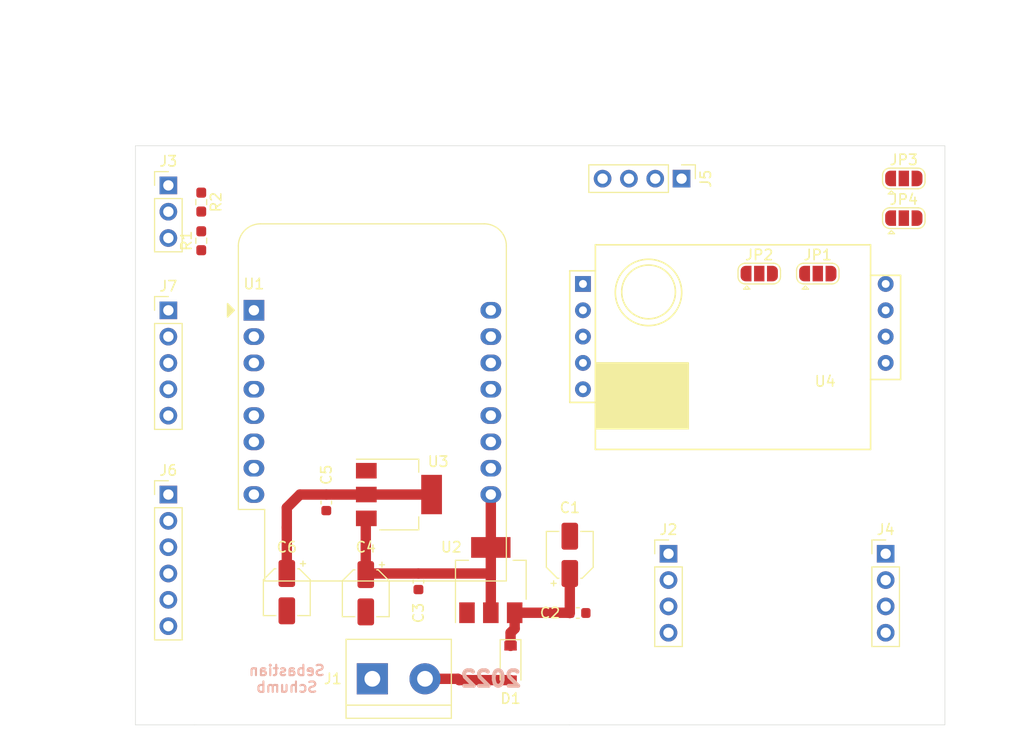
<source format=kicad_pcb>
(kicad_pcb (version 20211014) (generator pcbnew)
  (layers (0 "F.Cu" signal) (31 "B.Cu" signal) (34 "B.Paste" user) (35 "F.Paste" user) (36 "B.SilkS" user "B.Silkscreen") (37 "F.SilkS" user "F.Silkscreen") (38 "B.Mask" user) (39 "F.Mask" user) (44 "Edge.Cuts" user))
  (net 0 "")
  (net 1 "GND")
  (net 2 "+3V3")
  (net 3 "TXD")
  (net 4 "RXD")
  (net 5 "SDA")
  (net 6 "SCL")
  (net 7 "CS")
  (net 8 "MOSI")
  (net 9 "MISO")
  (net 10 "SCK")
  (net 11 "+5V")
  (net 12 "Net-(C1-Pad1)")
  (net 13 "Net-(D1-Pad2)")
  (net 14 "D3")
  (net 16 "D0")
  (net 18 "A0")
  (net 19 "Net-(J3-Pad2)")
  (net 20 "Net-(J4-Pad1)")
  (net 21 "Net-(J5-Pad1)")
  (net 22 "Net-(J6-Pad1)")
  (net 28 "Net-(J7-Pad1)")
  (net 29 "ONE_WIRE")
  (footprint "Module:WEMOS_D1_mini_light" (layer "F.Cu") (at 94.615 69.85)
    (fp_text reference "U1" (at 0 -2.54) (layer "F.SilkS"))
    (fp_text value "WeMos_D1_mini")
    (fp_line (start 1.04 19.22) (end 1.04 26.12) (layer "F.SilkS") (width 0.12))
    (fp_line (start -1.5 19.22) (end -1.5 -6.21) (layer "F.SilkS") (width 0.12))
    (fp_line (start 24.36 26.12) (end 24.36 -6.21) (layer "F.SilkS") (width 0.12))
    (fp_line (start -1.5 19.22) (end 1.04 19.22) (layer "F.SilkS") (width 0.12))
    (fp_line (start 1.04 26.12) (end 24.36 26.12) (layer "F.SilkS") (width 0.12))
    (fp_line (start 22.24 -8.34) (end 0.63 -8.34) (layer "F.SilkS") (width 0.12))
    (fp_arc (start -1.5 -6.21) (mid -0.876137 -7.716137) (end 0.63 -8.34) (layer "F.SilkS") (width 0.12))
    (fp_arc (start 22.23 -8.34) (mid 23.736137 -7.716137) (end 24.36 -6.21) (layer "F.SilkS") (width 0.12))
    (fp_poly (pts (xy -2.54 -0.635) (xy -2.54 0.635) (xy -1.905 0)) (layer "F.SilkS") (width 0.15) (fill solid))
    (pad "1" thru_hole rect locked (at 0 0) (size 2 2) (drill 1) (layers *.Cu *.Mask))
    (pad "2" thru_hole oval locked (at 0 2.54) (size 2 1.6) (drill 1) (layers *.Cu *.Mask) (net 18 "A0"))
    (pad "3" thru_hole oval locked (at 0 5.08) (size 2 1.6) (drill 1) (layers *.Cu *.Mask) (net 16 "D0"))
    (pad "4" thru_hole oval locked (at 0 7.62) (size 2 1.6) (drill 1) (layers *.Cu *.Mask) (net 10 "SCK"))
    (pad "5" thru_hole oval locked (at 0 10.16) (size 2 1.6) (drill 1) (layers *.Cu *.Mask) (net 9 "MISO"))
    (pad "6" thru_hole oval locked (at 0 12.7) (size 2 1.6) (drill 1) (layers *.Cu *.Mask) (net 8 "MOSI"))
    (pad "7" thru_hole oval locked (at 0 15.24) (size 2 1.6) (drill 1) (layers *.Cu *.Mask) (net 7 "CS"))
    (pad "8" thru_hole oval locked (at 0 17.78) (size 2 1.6) (drill 1) (layers *.Cu *.Mask))
    (pad "9" thru_hole oval locked (at 22.86 17.78) (size 2 1.6) (drill 1) (layers *.Cu *.Mask) (net 11 "+5V"))
    (pad "10" thru_hole oval locked (at 22.86 15.24) (size 2 1.6) (drill 1) (layers *.Cu *.Mask) (net 1 "GND"))
    (pad "11" thru_hole oval locked (at 22.86 12.7) (size 2 1.6) (drill 1) (layers *.Cu *.Mask) (net 29 "ONE_WIRE"))
    (pad "12" thru_hole oval locked (at 22.86 10.16) (size 2 1.6) (drill 1) (layers *.Cu *.Mask) (net 14 "D3"))
    (pad "13" thru_hole oval locked (at 22.86 7.62) (size 2 1.6) (drill 1) (layers *.Cu *.Mask) (net 5 "SDA"))
    (pad "14" thru_hole oval locked (at 22.86 5.08) (size 2 1.6) (drill 1) (layers *.Cu *.Mask) (net 6 "SCL"))
    (pad "15" thru_hole oval locked (at 22.86 2.54) (size 2 1.6) (drill 1) (layers *.Cu *.Mask) (net 4 "RXD"))
    (pad "16" thru_hole oval locked (at 22.86 0) (size 2 1.6) (drill 1) (layers *.Cu *.Mask) (net 3 "TXD"))
  )
  (footprint "Package_TO_SOT_SMD:SOT-223-3_TabPin2" (layer "F.Cu") (at 117.475 95.885 90)
    (fp_text reference "U2" (at 3.175 -3.81 180) (layer "F.SilkS"))
    (fp_text value "LM1117-5.0")
    (fp_line (start -1.85 3.41) (end 1.91 3.41) (layer "F.SilkS") (width 0.12))
    (fp_line (start -4.1 -3.41) (end 1.91 -3.41) (layer "F.SilkS") (width 0.12))
    (fp_line (start 1.91 -3.41) (end 1.91 -2.15) (layer "F.SilkS") (width 0.12))
    (fp_line (start 1.91 3.41) (end 1.91 2.15) (layer "F.SilkS") (width 0.12))
    (pad "1" smd rect locked (at -3.15 -2.3 90) (size 2 1.5) (layers "F.Cu" "F.Paste" "F.Mask") (net 1 "GND"))
    (pad "2" smd rect locked (at -3.15 0 90) (size 2 1.5) (layers "F.Cu" "F.Paste" "F.Mask") (net 11 "+5V"))
    (pad "2" smd rect locked (at 3.15 0 90) (size 2 3.8) (layers "F.Cu" "F.Paste" "F.Mask") (net 11 "+5V"))
    (pad "3" smd rect locked (at -3.15 2.3 90) (size 2 1.5) (layers "F.Cu" "F.Paste" "F.Mask") (net 12 "Net-(C1-Pad1)"))
  )
  (footprint "Package_TO_SOT_SMD:SOT-223-3_TabPin2" (layer "F.Cu") (at 108.61 87.63)
    (fp_text reference "U3" (at 3.785 -3.175) (layer "F.SilkS"))
    (fp_text value "LM1117-3.3")
    (fp_line (start -1.85 3.41) (end 1.91 3.41) (layer "F.SilkS") (width 0.12))
    (fp_line (start 1.91 -3.41) (end 1.91 -2.15) (layer "F.SilkS") (width 0.12))
    (fp_line (start -4.1 -3.41) (end 1.91 -3.41) (layer "F.SilkS") (width 0.12))
    (fp_line (start 1.91 3.41) (end 1.91 2.15) (layer "F.SilkS") (width 0.12))
    (pad "1" smd rect locked (at -3.15 -2.3) (size 2 1.5) (layers "F.Cu" "F.Paste" "F.Mask") (net 1 "GND"))
    (pad "2" smd rect locked (at 3.15 0) (size 2 3.8) (layers "F.Cu" "F.Paste" "F.Mask") (net 2 "+3V3"))
    (pad "2" smd rect locked (at -3.15 0) (size 2 1.5) (layers "F.Cu" "F.Paste" "F.Mask") (net 2 "+3V3"))
    (pad "3" smd rect locked (at -3.15 2.3) (size 2 1.5) (layers "F.Cu" "F.Paste" "F.Mask") (net 11 "+5V"))
  )
  (footprint "Capacitor_SMD:CP_Elec_4x5.4" (layer "F.Cu") (at 125.095 93.45 90)
    (fp_text reference "C1" (at 4.55 0 180) (layer "F.SilkS"))
    (fp_text value "47uF")
    (fp_line (start -2.26 -1.195563) (end -1.195563 -2.26) (layer "F.SilkS") (width 0.12))
    (fp_line (start -2.26 1.195563) (end -1.195563 2.26) (layer "F.SilkS") (width 0.12))
    (fp_line (start 2.26 -2.26) (end 2.26 -1.06) (layer "F.SilkS") (width 0.12))
    (fp_line (start -2.75 -1.81) (end -2.75 -1.31) (layer "F.SilkS") (width 0.12))
    (fp_line (start 2.26 2.26) (end 2.26 1.06) (layer "F.SilkS") (width 0.12))
    (fp_line (start -2.26 1.195563) (end -2.26 1.06) (layer "F.SilkS") (width 0.12))
    (fp_line (start -3 -1.56) (end -2.5 -1.56) (layer "F.SilkS") (width 0.12))
    (fp_line (start -1.195563 2.26) (end 2.26 2.26) (layer "F.SilkS") (width 0.12))
    (fp_line (start -2.26 -1.195563) (end -2.26 -1.06) (layer "F.SilkS") (width 0.12))
    (fp_line (start -1.195563 -2.26) (end 2.26 -2.26) (layer "F.SilkS") (width 0.12))
    (pad "1" smd roundrect locked (at -1.8 0 90) (size 2.6 1.6) (layers "F.Cu" "F.Paste" "F.Mask") (roundrect_rratio 0.15625) (net 12 "Net-(C1-Pad1)"))
    (pad "2" smd roundrect locked (at 1.8 0 90) (size 2.6 1.6) (layers "F.Cu" "F.Paste" "F.Mask") (roundrect_rratio 0.15625) (net 1 "GND"))
  )
  (footprint "Capacitor_SMD:C_0603_1608Metric" (layer "F.Cu") (at 125.87 99.06)
    (fp_text reference "C2" (at -2.68 0) (layer "F.SilkS"))
    (fp_text value "100nF")
    (fp_line (start -0.14058 0.51) (end 0.14058 0.51) (layer "F.SilkS") (width 0.12))
    (fp_line (start -0.14058 -0.51) (end 0.14058 -0.51) (layer "F.SilkS") (width 0.12))
    (pad "1" smd roundrect locked (at -0.775 0) (size 0.9 0.95) (layers "F.Cu" "F.Paste" "F.Mask") (net 12 "Net-(C1-Pad1)"))
    (pad "2" smd roundrect locked (at 0.775 0) (size 0.9 0.95) (layers "F.Cu" "F.Paste" "F.Mask") (net 1 "GND"))
  )
  (footprint "Capacitor_SMD:C_0603_1608Metric" (layer "F.Cu") (at 110.49 96.025 -90)
    (fp_text reference "C3" (at 3.035 0 -90) (layer "F.SilkS"))
    (fp_text value "100nF")
    (fp_line (start -0.14058 0.51) (end 0.14058 0.51) (layer "F.SilkS") (width 0.12))
    (fp_line (start -0.14058 -0.51) (end 0.14058 -0.51) (layer "F.SilkS") (width 0.12))
    (pad "1" smd roundrect locked (at -0.775 0 270) (size 0.9 0.95) (layers "F.Cu" "F.Paste" "F.Mask") (net 11 "+5V"))
    (pad "2" smd roundrect locked (at 0.775 0 270) (size 0.9 0.95) (layers "F.Cu" "F.Paste" "F.Mask") (net 1 "GND"))
  )
  (footprint "Capacitor_SMD:CP_Elec_4x5.4" (layer "F.Cu") (at 105.41 97.155 -90)
    (fp_text reference "C4" (at -4.445 0 180) (layer "F.SilkS"))
    (fp_text value "47uF")
    (fp_line (start -2.75 -1.81) (end -2.75 -1.31) (layer "F.SilkS") (width 0.12))
    (fp_line (start -1.195563 -2.26) (end 2.26 -2.26) (layer "F.SilkS") (width 0.12))
    (fp_line (start -3 -1.56) (end -2.5 -1.56) (layer "F.SilkS") (width 0.12))
    (fp_line (start -2.26 -1.195563) (end -2.26 -1.06) (layer "F.SilkS") (width 0.12))
    (fp_line (start -1.195563 2.26) (end 2.26 2.26) (layer "F.SilkS") (width 0.12))
    (fp_line (start 2.26 2.26) (end 2.26 1.06) (layer "F.SilkS") (width 0.12))
    (fp_line (start -2.26 -1.195563) (end -1.195563 -2.26) (layer "F.SilkS") (width 0.12))
    (fp_line (start -2.26 1.195563) (end -1.195563 2.26) (layer "F.SilkS") (width 0.12))
    (fp_line (start 2.26 -2.26) (end 2.26 -1.06) (layer "F.SilkS") (width 0.12))
    (fp_line (start -2.26 1.195563) (end -2.26 1.06) (layer "F.SilkS") (width 0.12))
    (pad "1" smd roundrect locked (at -1.8 0 270) (size 2.6 1.6) (layers "F.Cu" "F.Paste" "F.Mask") (roundrect_rratio 0.15625) (net 11 "+5V"))
    (pad "2" smd roundrect locked (at 1.8 0 270) (size 2.6 1.6) (layers "F.Cu" "F.Paste" "F.Mask") (roundrect_rratio 0.15625) (net 1 "GND"))
  )
  (footprint "Capacitor_SMD:C_0603_1608Metric" (layer "F.Cu") (at 101.6 88.405 -90)
    (fp_text reference "C5" (at -2.68 0 -90) (layer "F.SilkS"))
    (fp_text value "100nF")
    (fp_line (start -0.14058 0.51) (end 0.14058 0.51) (layer "F.SilkS") (width 0.12))
    (fp_line (start -0.14058 -0.51) (end 0.14058 -0.51) (layer "F.SilkS") (width 0.12))
    (pad "1" smd roundrect locked (at -0.775 0 270) (size 0.9 0.95) (layers "F.Cu" "F.Paste" "F.Mask") (net 2 "+3V3"))
    (pad "2" smd roundrect locked (at 0.775 0 270) (size 0.9 0.95) (layers "F.Cu" "F.Paste" "F.Mask") (net 1 "GND"))
  )
  (footprint "Capacitor_SMD:CP_Elec_4x5.4" (layer "F.Cu") (at 97.79 97.05 -90)
    (fp_text reference "C6" (at -4.34 0 180) (layer "F.SilkS"))
    (fp_text value "47uF")
    (fp_line (start -2.26 1.195563) (end -2.26 1.06) (layer "F.SilkS") (width 0.12))
    (fp_line (start -2.26 -1.195563) (end -2.26 -1.06) (layer "F.SilkS") (width 0.12))
    (fp_line (start -2.26 1.195563) (end -1.195563 2.26) (layer "F.SilkS") (width 0.12))
    (fp_line (start 2.26 -2.26) (end 2.26 -1.06) (layer "F.SilkS") (width 0.12))
    (fp_line (start -1.195563 2.26) (end 2.26 2.26) (layer "F.SilkS") (width 0.12))
    (fp_line (start -2.75 -1.81) (end -2.75 -1.31) (layer "F.SilkS") (width 0.12))
    (fp_line (start -1.195563 -2.26) (end 2.26 -2.26) (layer "F.SilkS") (width 0.12))
    (fp_line (start -2.26 -1.195563) (end -1.195563 -2.26) (layer "F.SilkS") (width 0.12))
    (fp_line (start 2.26 2.26) (end 2.26 1.06) (layer "F.SilkS") (width 0.12))
    (fp_line (start -3 -1.56) (end -2.5 -1.56) (layer "F.SilkS") (width 0.12))
    (pad "1" smd roundrect locked (at -1.8 0 270) (size 2.6 1.6) (layers "F.Cu" "F.Paste" "F.Mask") (roundrect_rratio 0.15625) (net 2 "+3V3"))
    (pad "2" smd roundrect locked (at 1.8 0 270) (size 2.6 1.6) (layers "F.Cu" "F.Paste" "F.Mask") (roundrect_rratio 0.15625) (net 1 "GND"))
  )
  (footprint "Diode_SMD:D_SOD-123" (layer "F.Cu") (at 119.38 103.885 -90)
    (fp_text reference "D1" (at 3.43 0 180) (layer "F.SilkS"))
    (fp_text value "BAT42W")
    (fp_line (start -2.25 1) (end 1.65 1) (layer "F.SilkS") (width 0.12))
    (fp_line (start -2.25 -1) (end -2.25 1) (layer "F.SilkS") (width 0.12))
    (fp_line (start -2.25 -1) (end 1.65 -1) (layer "F.SilkS") (width 0.12))
    (pad "1" smd rect locked (at -1.65 0 270) (size 0.9 1.2) (layers "F.Cu" "F.Paste" "F.Mask") (net 12 "Net-(C1-Pad1)"))
    (pad "2" smd rect locked (at 1.65 0 270) (size 0.9 1.2) (layers "F.Cu" "F.Paste" "F.Mask") (net 13 "Net-(D1-Pad2)"))
  )
  (footprint "TerminalBlock:TerminalBlock_bornier-2_P5.08mm" (layer "F.Cu") (at 106.045 105.41)
    (fp_text reference "J1" (at -3.81 0) (layer "F.SilkS"))
    (fp_text value "Conn_01x02")
    (fp_line (start 7.62 3.81) (end 7.62 -3.81) (layer "F.SilkS") (width 0.12))
    (fp_line (start 7.62 2.54) (end -2.54 2.54) (layer "F.SilkS") (width 0.12))
    (fp_line (start -2.54 3.81) (end 7.62 3.81) (layer "F.SilkS") (width 0.12))
    (fp_line (start -2.54 -3.81) (end -2.54 3.81) (layer "F.SilkS") (width 0.12))
    (fp_line (start 7.62 -3.81) (end -2.54 -3.81) (layer "F.SilkS") (width 0.12))
    (pad "1" thru_hole rect locked (at 0 0) (size 3 3) (drill 1.52) (layers *.Cu *.Mask) (net 1 "GND"))
    (pad "2" thru_hole circle locked (at 5.08 0) (size 3 3) (drill 1.52) (layers *.Cu *.Mask) (net 13 "Net-(D1-Pad2)"))
  )
  (footprint "Connector_PinHeader_2.54mm:PinHeader_1x04_P2.54mm_Vertical" (layer "F.Cu") (at 155.575 93.345)
    (fp_text reference "J4" (at 0 -2.33) (layer "F.SilkS"))
    (fp_text value "I2C Out")
    (fp_line (start -1.33 1.27) (end -1.33 8.95) (layer "F.SilkS") (width 0.12))
    (fp_line (start 1.33 1.27) (end 1.33 8.95) (layer "F.SilkS") (width 0.12))
    (fp_line (start -1.33 -1.33) (end 0 -1.33) (layer "F.SilkS") (width 0.12))
    (fp_line (start -1.33 0) (end -1.33 -1.33) (layer "F.SilkS") (width 0.12))
    (fp_line (start -1.33 8.95) (end 1.33 8.95) (layer "F.SilkS") (width 0.12))
    (fp_line (start -1.33 1.27) (end 1.33 1.27) (layer "F.SilkS") (width 0.12))
    (pad "1" thru_hole rect (at 0 0) (size 1.7 1.7) (drill 1) (layers *.Cu *.Mask) (net 20 "Net-(J4-Pad1)"))
    (pad "2" thru_hole oval (at 0 2.54) (size 1.7 1.7) (drill 1) (layers *.Cu *.Mask) (net 6 "SCL"))
    (pad "3" thru_hole oval (at 0 5.08) (size 1.7 1.7) (drill 1) (layers *.Cu *.Mask) (net 5 "SDA"))
    (pad "4" thru_hole oval (at 0 7.62) (size 1.7 1.7) (drill 1) (layers *.Cu *.Mask) (net 1 "GND"))
  )
  (footprint "Jumper:SolderJumper-3_P1.3mm_Open_RoundedPad1.0x1.5mm" (layer "F.Cu") (at 143.375 66.31)
    (fp_text reference "JP2" (at 0 -1.8) (layer "F.SilkS"))
    (fp_text value "SolderJumper_3_Open-Jumper")
    (fp_line (start -1.2 1.2) (end -0.9 1.5) (layer "F.SilkS") (width 0.12))
    (fp_line (start -1.4 -1) (end 1.4 -1) (layer "F.SilkS") (width 0.12))
    (fp_line (start 2.05 -0.3) (end 2.05 0.3) (layer "F.SilkS") (width 0.12))
    (fp_line (start -1.2 1.2) (end -1.5 1.5) (layer "F.SilkS") (width 0.12))
    (fp_line (start 1.4 1) (end -1.4 1) (layer "F.SilkS") (width 0.12))
    (fp_line (start -2.05 0.3) (end -2.05 -0.3) (layer "F.SilkS") (width 0.12))
    (fp_line (start -1.5 1.5) (end -0.9 1.5) (layer "F.SilkS") (width 0.12))
    (fp_arc (start -2.05 -0.3) (mid -1.844975 -0.794975) (end -1.35 -1) (layer "F.SilkS") (width 0.12))
    (fp_arc (start -1.35 1) (mid -1.844975 0.794975) (end -2.05 0.3) (layer "F.SilkS") (width 0.12))
    (fp_arc (start 1.35 -1) (mid 1.844975 -0.794975) (end 2.05 -0.3) (layer "F.SilkS") (width 0.12))
    (fp_arc (start 2.05 0.3) (mid 1.844975 0.794975) (end 1.35 1) (layer "F.SilkS") (width 0.12))
    (pad "1" smd custom (at -1.3 0) (size 1 0.5) (layers "F.Cu" "F.Mask") (net 11 "+5V") (options (clearance outline) (anchor rect)) (primitives (gr_circle (center 0 0.25) (end 0.5 0.25) (width 0) (fill yes)) (gr_circle (center 0 -0.25) (end 0.5 -0.25) (width 0) (fill yes)) (gr_poly (pts (xy 0.55 0.75) (xy 0 0.75) (xy 0 -0.75) (xy 0.55 -0.75)) (width 0) (fill yes))))
    (pad "2" smd rect (at 0 0) (size 1 1.5) (layers "F.Cu" "F.Mask") (net 21 "Net-(J5-Pad1)"))
    (pad "3" smd custom (at 1.3 0) (size 1 0.5) (layers "F.Cu" "F.Mask") (net 2 "+3V3") (options (clearance outline) (anchor rect)) (primitives (gr_circle (center 0 0.25) (end 0.5 0.25) (width 0) (fill yes)) (gr_circle (center 0 -0.25) (end 0.5 -0.25) (width 0) (fill yes)) (gr_poly (pts (xy 0 0.75) (xy -0.55 0.75) (xy -0.55 -0.75) (xy 0 -0.75)) (width 0) (fill yes))))
  )
  (footprint "Resistor_SMD:R_0603_1608Metric_Pad0.98x0.95mm_HandSolder" (layer "F.Cu") (at 89.535 59.4125 -90)
    (fp_text reference "R2" (at 0 -1.43 90) (layer "F.SilkS"))
    (fp_text value "4.7k")
    (fp_line (start -0.254724 0.5225) (end 0.254724 0.5225) (layer "F.SilkS") (width 0.12))
    (fp_line (start -0.254724 -0.5225) (end 0.254724 -0.5225) (layer "F.SilkS") (width 0.12))
    (pad "1" smd roundrect (at -0.9125 0 270) (size 0.975 0.95) (layers "F.Cu" "F.Paste" "F.Mask") (net 2 "+3V3"))
    (pad "2" smd roundrect (at 0.9125 0 270) (size 0.975 0.95) (layers "F.Cu" "F.Paste" "F.Mask") (net 19 "Net-(J3-Pad2)"))
  )
  (footprint "Jumper:SolderJumper-3_P1.3mm_Open_RoundedPad1.0x1.5mm" (layer "F.Cu") (at 157.325 60.96)
    (fp_text reference "JP4" (at 0 -1.8) (layer "F.SilkS"))
    (fp_text value "SolderJumper_3_Open-Jumper")
    (fp_line (start -1.2 1.2) (end -1.5 1.5) (layer "F.SilkS") (width 0.12))
    (fp_line (start -1.2 1.2) (end -0.9 1.5) (layer "F.SilkS") (width 0.12))
    (fp_line (start 2.05 -0.3) (end 2.05 0.3) (layer "F.SilkS") (width 0.12))
    (fp_line (start -1.4 -1) (end 1.4 -1) (layer "F.SilkS") (width 0.12))
    (fp_line (start -1.5 1.5) (end -0.9 1.5) (layer "F.SilkS") (width 0.12))
    (fp_line (start 1.4 1) (end -1.4 1) (layer "F.SilkS") (width 0.12))
    (fp_line (start -2.05 0.3) (end -2.05 -0.3) (layer "F.SilkS") (width 0.12))
    (fp_arc (start -1.35 1) (mid -1.844975 0.794975) (end -2.05 0.3) (layer "F.SilkS") (width 0.12))
    (fp_arc (start 2.05 0.3) (mid 1.844975 0.794975) (end 1.35 1) (layer "F.SilkS") (width 0.12))
    (fp_arc (start -2.05 -0.3) (mid -1.844975 -0.794975) (end -1.35 -1) (layer "F.SilkS") (width 0.12))
    (fp_arc (start 1.35 -1) (mid 1.844975 -0.794975) (end 2.05 -0.3) (layer "F.SilkS") (width 0.12))
    (pad "1" smd custom (at -1.3 0) (size 1 0.5) (layers "F.Cu" "F.Mask") (net 11 "+5V") (options (clearance outline) (anchor rect)) (primitives (gr_circle (center 0 0.25) (end 0.5 0.25) (width 0) (fill yes)) (gr_circle (center 0 -0.25) (end 0.5 -0.25) (width 0) (fill yes)) (gr_poly (pts (xy 0.55 0.75) (xy 0 0.75) (xy 0 -0.75) (xy 0.55 -0.75)) (width 0) (fill yes))))
    (pad "2" smd rect (at 0 0) (size 1 1.5) (layers "F.Cu" "F.Mask") (net 28 "Net-(J7-Pad1)"))
    (pad "3" smd custom (at 1.3 0) (size 1 0.5) (layers "F.Cu" "F.Mask") (net 2 "+3V3") (options (clearance outline) (anchor rect)) (primitives (gr_circle (center 0 0.25) (end 0.5 0.25) (width 0) (fill yes)) (gr_circle (center 0 -0.25) (end 0.5 -0.25) (width 0) (fill yes)) (gr_poly (pts (xy 0 0.75) (xy -0.55 0.75) (xy -0.55 -0.75) (xy 0 -0.75)) (width 0) (fill yes))))
  )
  (footprint "Jumper:SolderJumper-3_P1.3mm_Open_RoundedPad1.0x1.5mm" (layer "F.Cu") (at 149.025 66.31)
    (fp_text reference "JP1" (at 0 -1.8) (layer "F.SilkS"))
    (fp_text value "SolderJumper_3_Open-Jumper")
    (fp_line (start -1.4 -1) (end 1.4 -1) (layer "F.SilkS") (width 0.12))
    (fp_line (start 2.05 -0.3) (end 2.05 0.3) (layer "F.SilkS") (width 0.12))
    (fp_line (start -2.05 0.3) (end -2.05 -0.3) (layer "F.SilkS") (width 0.12))
    (fp_line (start 1.4 1) (end -1.4 1) (layer "F.SilkS") (width 0.12))
    (fp_line (start -1.2 1.2) (end -0.9 1.5) (layer "F.SilkS") (width 0.12))
    (fp_line (start -1.2 1.2) (end -1.5 1.5) (layer "F.SilkS") (width 0.12))
    (fp_line (start -1.5 1.5) (end -0.9 1.5) (layer "F.SilkS") (width 0.12))
    (fp_arc (start 1.35 -1) (mid 1.844975 -0.794975) (end 2.05 -0.3) (layer "F.SilkS") (width 0.12))
    (fp_arc (start 2.05 0.3) (mid 1.844975 0.794975) (end 1.35 1) (layer "F.SilkS") (width 0.12))
    (fp_arc (start -1.35 1) (mid -1.844975 0.794975) (end -2.05 0.3) (layer "F.SilkS") (width 0.12))
    (fp_arc (start -2.05 -0.3) (mid -1.844975 -0.794975) (end -1.35 -1) (layer "F.SilkS") (width 0.12))
    (pad "1" smd custom (at -1.3 0) (size 1 0.5) (layers "F.Cu" "F.Mask") (net 11 "+5V") (options (clearance outline) (anchor rect)) (primitives (gr_circle (center 0 0.25) (end 0.5 0.25) (width 0) (fill yes)) (gr_circle (center 0 -0.25) (end 0.5 -0.25) (width 0) (fill yes)) (gr_poly (pts (xy 0.55 0.75) (xy 0 0.75) (xy 0 -0.75) (xy 0.55 -0.75)) (width 0) (fill yes))))
    (pad "2" smd rect (at 0 0) (size 1 1.5) (layers "F.Cu" "F.Mask") (net 20 "Net-(J4-Pad1)"))
    (pad "3" smd custom (at 1.3 0) (size 1 0.5) (layers "F.Cu" "F.Mask") (net 2 "+3V3") (options (clearance outline) (anchor rect)) (primitives (gr_circle (center 0 0.25) (end 0.5 0.25) (width 0) (fill yes)) (gr_circle (center 0 -0.25) (end 0.5 -0.25) (width 0) (fill yes)) (gr_poly (pts (xy 0 0.75) (xy -0.55 0.75) (xy -0.55 -0.75) (xy 0 -0.75)) (width 0) (fill yes))))
  )
  (footprint "Connector_PinHeader_2.54mm:PinHeader_1x05_P2.54mm_Vertical" (layer "F.Cu") (at 86.36 69.855)
    (fp_text reference "J7" (at 0 -2.33) (layer "F.SilkS"))
    (fp_text value "Conn_01x05")
    (fp_line (start -1.33 1.27) (end -1.33 11.49) (layer "F.SilkS") (width 0.12))
    (fp_line (start -1.33 11.49) (end 1.33 11.49) (layer "F.SilkS") (width 0.12))
    (fp_line (start -1.33 1.27) (end 1.33 1.27) (layer "F.SilkS") (width 0.12))
    (fp_line (start -1.33 -1.33) (end 0 -1.33) (layer "F.SilkS") (width 0.12))
    (fp_line (start -1.33 0) (end -1.33 -1.33) (layer "F.SilkS") (width 0.12))
    (fp_line (start 1.33 1.27) (end 1.33 11.49) (layer "F.SilkS") (width 0.12))
    (pad "1" thru_hole rect (at 0 0) (size 1.7 1.7) (drill 1) (layers *.Cu *.Mask) (net 28 "Net-(J7-Pad1)"))
    (pad "2" thru_hole oval (at 0 2.54) (size 1.7 1.7) (drill 1) (layers *.Cu *.Mask) (net 18 "A0"))
    (pad "3" thru_hole oval (at 0 5.08) (size 1.7 1.7) (drill 1) (layers *.Cu *.Mask) (net 16 "D0"))
    (pad "4" thru_hole oval (at 0 7.62) (size 1.7 1.7) (drill 1) (layers *.Cu *.Mask) (net 14 "D3"))
    (pad "5" thru_hole oval (at 0 10.16) (size 1.7 1.7) (drill 1) (layers *.Cu *.Mask) (net 1 "GND"))
  )
  (footprint "Connector_PinHeader_2.54mm:PinHeader_1x03_P2.54mm_Vertical" (layer "F.Cu") (at 86.36 57.8)
    (fp_text reference "J3" (at 0 -2.33) (layer "F.SilkS"))
    (fp_text value "OneWire Out")
    (fp_line (start -1.33 1.27) (end -1.33 6.41) (layer "F.SilkS") (width 0.12))
    (fp_line (start -1.33 0) (end -1.33 -1.33) (layer "F.SilkS") (width 0.12))
    (fp_line (start -1.33 -1.33) (end 0 -1.33) (layer "F.SilkS") (width 0.12))
    (fp_line (start -1.33 6.41) (end 1.33 6.41) (layer "F.SilkS") (width 0.12))
    (fp_line (start 1.33 1.27) (end 1.33 6.41) (layer "F.SilkS") (width 0.12))
    (fp_line (start -1.33 1.27) (end 1.33 1.27) (layer "F.SilkS") (width 0.12))
    (pad "1" thru_hole rect (at 0 0) (size 1.7 1.7) (drill 1) (layers *.Cu *.Mask) (net 2 "+3V3"))
    (pad "2" thru_hole oval (at 0 2.54) (size 1.7 1.7) (drill 1) (layers *.Cu *.Mask) (net 19 "Net-(J3-Pad2)"))
    (pad "3" thru_hole oval (at 0 5.08) (size 1.7 1.7) (drill 1) (layers *.Cu *.Mask) (net 1 "GND"))
  )
  (footprint "Connector_PinHeader_2.54mm:PinHeader_1x06_P2.54mm_Vertical" (layer "F.Cu") (at 86.36 87.63)
    (fp_text reference "J6" (at 0 -2.33) (layer "F.SilkS"))
    (fp_text value "SPI Out")
    (fp_line (start -1.33 1.27) (end 1.33 1.27) (layer "F.SilkS") (width 0.12))
    (fp_line (start -1.33 1.27) (end -1.33 14.03) (layer "F.SilkS") (width 0.12))
    (fp_line (start -1.33 -1.33) (end 0 -1.33) (layer "F.SilkS") (width 0.12))
    (fp_line (start -1.33 0) (end -1.33 -1.33) (layer "F.SilkS") (width 0.12))
    (fp_line (start 1.33 1.27) (end 1.33 14.03) (layer "F.SilkS") (width 0.12))
    (fp_line (start -1.33 14.03) (end 1.33 14.03) (layer "F.SilkS") (width 0.12))
    (pad "1" thru_hole rect (at 0 0) (size 1.7 1.7) (drill 1) (layers *.Cu *.Mask) (net 22 "Net-(J6-Pad1)"))
    (pad "2" thru_hole oval (at 0 2.54) (size 1.7 1.7) (drill 1) (layers *.Cu *.Mask) (net 10 "SCK"))
    (pad "3" thru_hole oval (at 0 5.08) (size 1.7 1.7) (drill 1) (layers *.Cu *.Mask) (net 9 "MISO"))
    (pad "4" thru_hole oval (at 0 7.62) (size 1.7 1.7) (drill 1) (layers *.Cu *.Mask) (net 8 "MOSI"))
    (pad "5" thru_hole oval (at 0 10.16) (size 1.7 1.7) (drill 1) (layers *.Cu *.Mask) (net 7 "CS"))
    (pad "6" thru_hole oval (at 0 12.7) (size 1.7 1.7) (drill 1) (layers *.Cu *.Mask) (net 1 "GND"))
  )
  (footprint "Jumper:SolderJumper-3_P1.3mm_Open_RoundedPad1.0x1.5mm" (layer "F.Cu") (at 157.325 57.13)
    (fp_text reference "JP3" (at 0 -1.8) (layer "F.SilkS"))
    (fp_text value "SolderJumper_3_Open-Jumper")
    (fp_line (start 2.05 -0.3) (end 2.05 0.3) (layer "F.SilkS") (width 0.12))
    (fp_line (start -1.5 1.5) (end -0.9 1.5) (layer "F.SilkS") (width 0.12))
    (fp_line (start -1.2 1.2) (end -1.5 1.5) (layer "F.SilkS") (width 0.12))
    (fp_line (start -2.05 0.3) (end -2.05 -0.3) (layer "F.SilkS") (width 0.12))
    (fp_line (start -1.2 1.2) (end -0.9 1.5) (layer "F.SilkS") (width 0.12))
    (fp_line (start 1.4 1) (end -1.4 1) (layer "F.SilkS") (width 0.12))
    (fp_line (start -1.4 -1) (end 1.4 -1) (layer "F.SilkS") (width 0.12))
    (fp_arc (start -1.35 1) (mid -1.844975 0.794975) (end -2.05 0.3) (layer "F.SilkS") (width 0.12))
    (fp_arc (start 1.35 -1) (mid 1.844975 -0.794975) (end 2.05 -0.3) (layer "F.SilkS") (width 0.12))
    (fp_arc (start 2.05 0.3) (mid 1.844975 0.794975) (end 1.35 1) (layer "F.SilkS") (width 0.12))
    (fp_arc (start -2.05 -0.3) (mid -1.844975 -0.794975) (end -1.35 -1) (layer "F.SilkS") (width 0.12))
    (pad "1" smd custom (at -1.3 0) (size 1 0.5) (layers "F.Cu" "F.Mask") (net 11 "+5V") (options (clearance outline) (anchor rect)) (primitives (gr_circle (center 0 0.25) (end 0.5 0.25) (width 0) (fill yes)) (gr_circle (center 0 -0.25) (end 0.5 -0.25) (width 0) (fill yes)) (gr_poly (pts (xy 0.55 0.75) (xy 0 0.75) (xy 0 -0.75) (xy 0.55 -0.75)) (width 0) (fill yes))))
    (pad "2" smd rect (at 0 0) (size 1 1.5) (layers "F.Cu" "F.Mask") (net 22 "Net-(J6-Pad1)"))
    (pad "3" smd custom (at 1.3 0) (size 1 0.5) (layers "F.Cu" "F.Mask") (net 2 "+3V3") (options (clearance outline) (anchor rect)) (primitives (gr_circle (center 0 0.25) (end 0.5 0.25) (width 0) (fill yes)) (gr_circle (center 0 -0.25) (end 0.5 -0.25) (width 0) (fill yes)) (gr_poly (pts (xy 0 0.75) (xy -0.55 0.75) (xy -0.55 -0.75) (xy 0 -0.75)) (width 0) (fill yes))))
  )
  (footprint "mh-z19b:Winsen_MH-Z19B" (layer "F.Cu") (at 126.365 81.28 180)
    (fp_text reference "U4" (at -23.368 4.572) (layer "F.SilkS"))
    (fp_text value "MH-Z19B")
    (fp_line (start -1.2 -2) (end -1.2 17.75) (layer "F.SilkS") (width 0.15))
    (fp_line (start 1.275 2.54) (end 1.275 15.24) (layer "F.SilkS") (width 0.15))
    (fp_line (start -30.65 4.75) (end -30.65 14.8) (layer "F.SilkS") (width 0.15))
    (fp_line (start -27.75 4.75) (end -30.65 4.75) (layer "F.SilkS") (width 0.15))
    (fp_line (start -27.75 17.75) (end -1.2 17.75) (layer "F.SilkS") (width 0.15))
    (fp_line (start -27.75 -2) (end -27.75 17.75) (layer "F.SilkS") (width 0.15))
    (fp_line (start -30.65 14.8) (end -27.75 14.8) (layer "F.SilkS") (width 0.15))
    (fp_line (start -1.27 2.54) (end 1.27 2.54) (layer "F.SilkS") (width 0.15))
    (fp_line (start 1.27 15.24) (end -1.205 15.24) (layer "F.SilkS") (width 0.15))
    (fp_line (start -1.2 -2) (end -27.75 -2) (layer "F.SilkS") (width 0.15))
    (fp_circle (center -6.325 13.15) (end -9.425 12.35) (layer "F.SilkS") (width 0.15) (fill none))
    (fp_circle (center -6.330656 13.2) (end -8.530656 11.825) (layer "F.SilkS") (width 0.15) (fill none))
    (fp_poly (pts (xy -10.16 0) (xy -10.16 6.35) (xy -1.27 6.35) (xy -1.27 0)) (layer "F.SilkS") (width 0.15) (fill solid))
    (pad "1" thru_hole rect locked (at 0 13.97 180) (size 1.524 1.524) (drill 0.762) (layers *.Cu *.Mask))
    (pad "2" thru_hole circle locked (at 0 11.43 180) (size 1.524 1.524) (drill 0.762) (layers *.Cu *.Mask) (net 3 "TXD"))
    (pad "3" thru_hole circle locked (at 0 8.89 180) (size 1.524 1.524) (drill 0.762) (layers *.Cu *.Mask) (net 4 "RXD"))
    (pad "4" thru_hole circle locked (at 0 6.35 180) (size 1.524 1.524) (drill 0.762) (layers *.Cu *.Mask))
    (pad "5" thru_hole circle locked (at 0 3.81 180) (size 1.524 1.524) (drill 0.762) (layers *.Cu *.Mask))
    (pad "6" thru_hole circle locked (at -29.21 13.97 180) (size 1.524 1.524) (drill 0.762) (layers *.Cu *.Mask) (net 11 "+5V"))
    (pad "7" thru_hole circle locked (at -29.21 11.43 180) (size 1.524 1.524) (drill 0.762) (layers *.Cu *.Mask) (net 1 "GND"))
    (pad "8" thru_hole circle locked (at -29.21 8.89 180) (size 1.524 1.524) (drill 0.762) (layers *.Cu *.Mask))
    (pad "9" thru_hole circle locked (at -29.21 6.35 180) (size 1.524 1.524) (drill 0.762) (layers *.Cu *.Mask))
  )
  (footprint "Connector_PinHeader_2.54mm:PinHeader_1x04_P2.54mm_Vertical" (layer "F.Cu") (at 135.88 57.15 -90)
    (fp_text reference "J5" (at 0 -2.33 90) (layer "F.SilkS"))
    (fp_text value "UART Out")
    (fp_line (start -1.33 1.27) (end -1.33 8.95) (layer "F.SilkS") (width 0.12))
    (fp_line (start -1.33 8.95) (end 1.33 8.95) (layer "F.SilkS") (width 0.12))
    (fp_line (start -1.33 -1.33) (end 0 -1.33) (layer "F.SilkS") (width 0.12))
    (fp_line (start -1.33 1.27) (end 1.33 1.27) (layer "F.SilkS") (width 0.12))
    (fp_line (start -1.33 0) (end -1.33 -1.33) (layer "F.SilkS") (width 0.12))
    (fp_line (start 1.33 1.27) (end 1.33 8.95) (layer "F.SilkS") (width 0.12))
    (pad "1" thru_hole rect (at 0 0 270) (size 1.7 1.7) (drill 1) (layers *.Cu *.Mask) (net 21 "Net-(J5-Pad1)"))
    (pad "2" thru_hole oval (at 0 2.54 270) (size 1.7 1.7) (drill 1) (layers *.Cu *.Mask) (net 4 "RXD"))
    (pad "3" thru_hole oval (at 0 5.08 270) (size 1.7 1.7) (drill 1) (layers *.Cu *.Mask) (net 3 "TXD"))
    (pad "4" thru_hole oval (at 0 7.62 270) (size 1.7 1.7) (drill 1) (layers *.Cu *.Mask) (net 1 "GND"))
  )
  (footprint "Resistor_SMD:R_0603_1608Metric_Pad0.98x0.95mm_HandSolder" (layer "F.Cu") (at 89.535 63.1425 90)
    (fp_text reference "R1" (at 0 -1.43 90) (layer "F.SilkS"))
    (fp_text value "4.7k")
    (fp_line (start -0.254724 0.5225) (end 0.254724 0.5225) (layer "F.SilkS") (width 0.12))
    (fp_line (start -0.254724 -0.5225) (end 0.254724 -0.5225) (layer "F.SilkS") (width 0.12))
    (pad "1" smd roundrect (at -0.9125 0 90) (size 0.975 0.95) (layers "F.Cu" "F.Paste" "F.Mask") (net 29 "ONE_WIRE"))
    (pad "2" smd roundrect (at 0.9125 0 90) (size 0.975 0.95) (layers "F.Cu" "F.Paste" "F.Mask") (net 19 "Net-(J3-Pad2)"))
  )
  (footprint "Connector_PinHeader_2.54mm:PinHeader_1x04_P2.54mm_Vertical" (layer "F.Cu") (at 134.62 93.345)
    (fp_text reference "J2" (at 0 -2.33) (layer "F.SilkS"))
    (fp_text value "GY-BME280")
    (fp_line (start -1.33 1.27) (end 1.33 1.27) (layer "F.SilkS") (width 0.12))
    (fp_line (start -1.33 1.27) (end -1.33 8.95) (layer "F.SilkS") (width 0.12))
    (fp_line (start -1.33 -1.33) (end 0 -1.33) (layer "F.SilkS") (width 0.12))
    (fp_line (start -1.33 8.95) (end 1.33 8.95) (layer "F.SilkS") (width 0.12))
    (fp_line (start 1.33 1.27) (end 1.33 8.95) (layer "F.SilkS") (width 0.12))
    (fp_line (start -1.33 0) (end -1.33 -1.33) (layer "F.SilkS") (width 0.12))
    (pad "1" thru_hole rect (at 0 0) (size 1.7 1.7) (drill 1) (layers *.Cu *.Mask) (net 2 "+3V3"))
    (pad "2" thru_hole oval (at 0 2.54) (size 1.7 1.7) (drill 1) (layers *.Cu *.Mask) (net 1 "GND"))
    (pad "3" thru_hole oval (at 0 5.08) (size 1.7 1.7) (drill 1) (layers *.Cu *.Mask) (net 6 "SCL"))
    (pad "4" thru_hole oval (at 0 7.62) (size 1.7 1.7) (drill 1) (layers *.Cu *.Mask) (net 5 "SDA"))
  )
  (gr_line (start 125.095 109.855) (end 88.9 109.855) (layer "Edge.Cuts") (width 0.05))
  (gr_line (start 83.185 53.975) (end 161.29 53.975) (layer "Edge.Cuts") (width 0.05))
  (gr_line (start 83.185 109.855) (end 83.185 53.975) (layer "Edge.Cuts") (width 0.05))
  (gr_line (start 88.9 109.855) (end 83.185 109.855) (layer "Edge.Cuts") (width 0.05))
  (gr_line (start 161.29 53.975) (end 161.29 109.855) (layer "Edge.Cuts") (width 0.05))
  (gr_line (start 161.29 109.855) (end 125.095 109.855) (layer "Edge.Cuts") (width 0.05))
  (gr_text "Sebastian\nSchumb" (at 97.79 105.41) (layer "B.SilkS") (effects (font (size 1 1) (thickness 0.2)) (justify mirror)))
  (gr_text "2022" (at 117.475 105.41) (layer "B.SilkS") (effects (font (size 1.5 1.5) (thickness 0.375)) (justify mirror)))
  (segment (start 97.79 95.25) (end 97.79 90.805) (width 1) (layer "F.Cu") (net 2))
  (segment (start 97.79 90.805) (end 97.79 88.9) (width 1) (layer "F.Cu") (net 2))
  (segment (start 101.6 87.63) (end 105.46 87.63) (width 1) (layer "F.Cu") (net 2))
  (segment (start 97.79 88.9) (end 99.06 87.63) (width 1) (layer "F.Cu") (net 2))
  (segment (start 99.06 87.63) (end 101.6 87.63) (width 1) (layer "F.Cu") (net 2))
  (segment (start 105.46 87.63) (end 111.76 87.63) (width 1) (layer "F.Cu") (net 2))
  (segment (start 105.41 89.98) (end 105.46 89.93) (width 1) (layer "F.Cu") (net 11))
  (segment (start 117.475 95.25) (end 117.475 92.735) (width 1) (layer "F.Cu") (net 11))
  (segment (start 105.515 95.25) (end 105.41 95.355) (width 1) (layer "F.Cu") (net 11))
  (segment (start 105.41 95.355) (end 105.41 89.98) (width 1) (layer "F.Cu") (net 11))
  (segment (start 117.475 99.035) (end 117.475 95.25) (width 1) (layer "F.Cu") (net 11))
  (segment (start 117.475 95.25) (end 110.49 95.25) (width 1) (layer "F.Cu") (net 11))
  (segment (start 117.475 92.735) (end 117.475 87.63) (width 1) (layer "F.Cu") (net 11))
  (segment (start 110.49 95.25) (end 105.515 95.25) (width 1) (layer "F.Cu") (net 11))
  (segment (start 119.8 99.06) (end 119.775 99.035) (width 1) (layer "F.Cu") (net 12))
  (segment (start 120.015 99.275) (end 119.775 99.035) (width 1) (layer "F.Cu") (net 12))
  (segment (start 119.38 100.965) (end 119.38 102.235) (width 1) (layer "F.Cu") (net 12))
  (segment (start 119.775 99.035) (end 119.775 100.57) (width 1) (layer "F.Cu") (net 12))
  (segment (start 125.07 99.035) (end 125.095 99.06) (width 1) (layer "F.Cu") (net 12))
  (segment (start 119.775 99.035) (end 125.07 99.035) (width 1) (layer "F.Cu") (net 12))
  (segment (start 125.095 99.06) (end 125.095 95.25) (width 1) (layer "F.Cu") (net 12))
  (segment (start 119.775 100.57) (end 119.38 100.965) (width 1) (layer "F.Cu") (net 12))
  (segment (start 114.425 105.535) (end 114.3 105.41) (width 1) (layer "F.Cu") (net 13))
  (segment (start 114.3 105.41) (end 111.125 105.41) (width 1) (layer "F.Cu") (net 13))
  (segment (start 119.38 105.535) (end 114.425 105.535) (width 1) (layer "F.Cu") (net 13))
)
</source>
